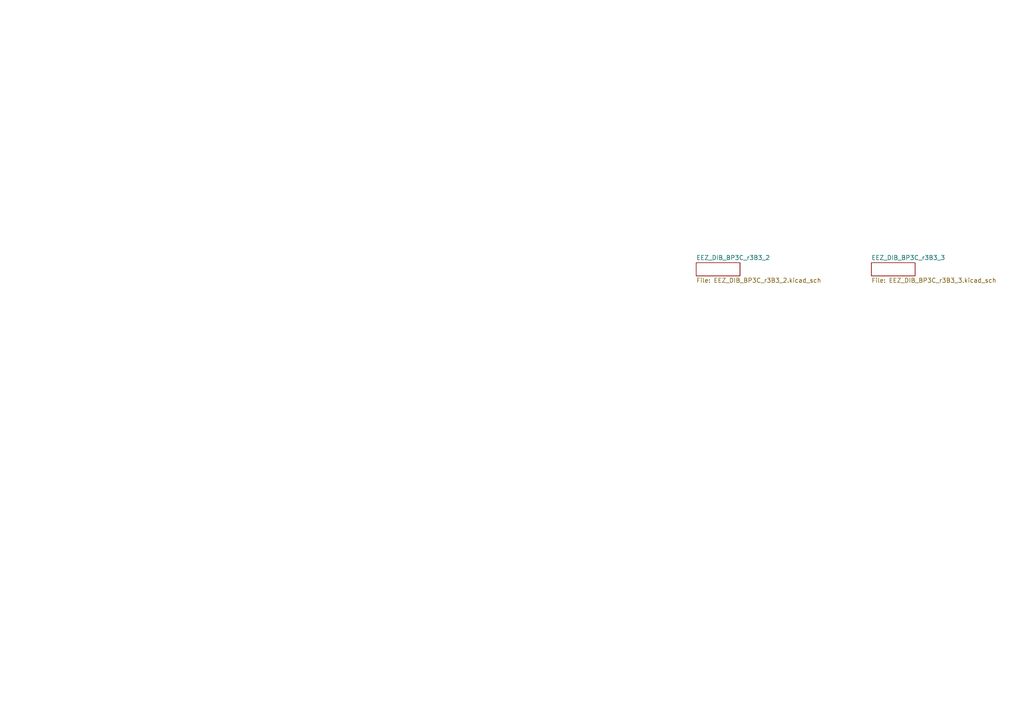
<source format=kicad_sch>
(kicad_sch (version 20211123) (generator eeschema)
  (paper "A4")
  (lib_symbols)
  (sheet (at 201.93 76.2) (size 12.7 3.81)
    (property "Sheet name" "EEZ_DIB_BP3C_r3B3_2" (at 201.93 75.4884 0) (effects (justify left bottom)))
    (property "Sheet file" "EEZ_DIB_BP3C_r3B3_2.kicad_sch" (at 201.93 80.5946 0) (effects (justify left top)))
  )
  (sheet (at 252.73 76.2) (size 12.7 3.81)
    (property "Sheet name" "EEZ_DIB_BP3C_r3B3_3" (at 252.73 75.4884 0) (effects (justify left bottom)))
    (property "Sheet file" "EEZ_DIB_BP3C_r3B3_3.kicad_sch" (at 252.73 80.5946 0) (effects (justify left top)))
  )
)
</source>
